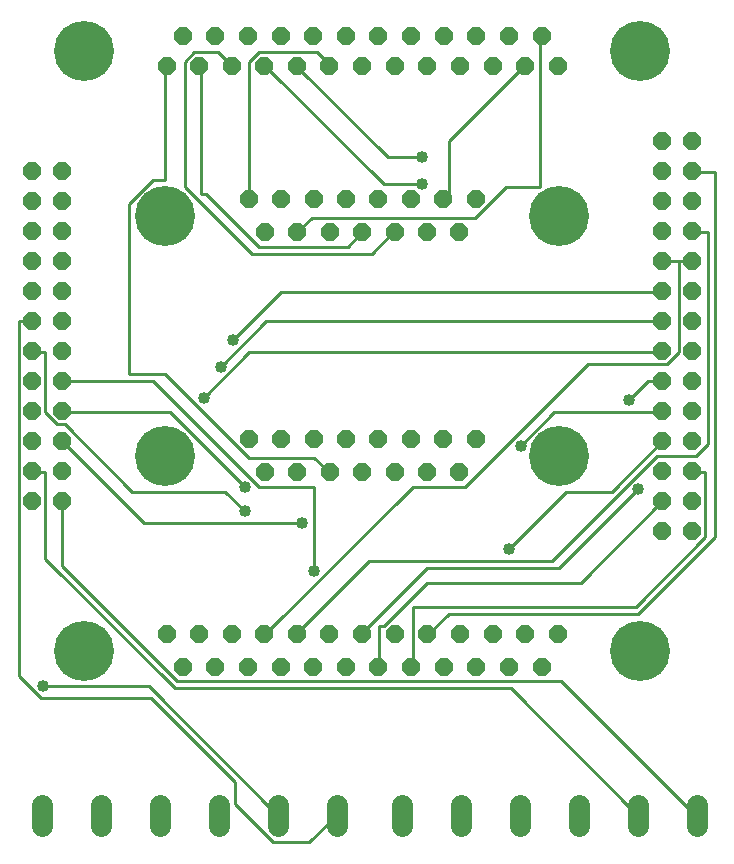
<source format=gbl>
G75*
G70*
%OFA0B0*%
%FSLAX24Y24*%
%IPPOS*%
%LPD*%
%AMOC8*
5,1,8,0,0,1.08239X$1,22.5*
%
%ADD10OC8,0.0600*%
%ADD11C,0.2000*%
%ADD12C,0.0705*%
%ADD13C,0.0100*%
%ADD14C,0.0400*%
D10*
X005997Y008830D03*
X006537Y007710D03*
X007087Y008830D03*
X007627Y007710D03*
X008167Y008830D03*
X008717Y007710D03*
X009257Y008830D03*
X009797Y007710D03*
X010347Y008830D03*
X010887Y007710D03*
X011427Y008830D03*
X011977Y007710D03*
X012517Y008830D03*
X013057Y007710D03*
X013607Y008830D03*
X014147Y007710D03*
X014687Y008830D03*
X015237Y007710D03*
X015777Y008830D03*
X016317Y007710D03*
X016867Y008830D03*
X017407Y007710D03*
X017947Y008830D03*
X018497Y007710D03*
X019037Y008830D03*
X022517Y012270D03*
X022517Y013270D03*
X022517Y014270D03*
X022517Y015270D03*
X022517Y016270D03*
X022517Y017270D03*
X022517Y018270D03*
X022517Y019270D03*
X022517Y020270D03*
X022517Y021270D03*
X022517Y022270D03*
X022517Y023270D03*
X022517Y024270D03*
X022517Y025270D03*
X023517Y025270D03*
X023517Y024270D03*
X023517Y023270D03*
X023517Y022270D03*
X023517Y021270D03*
X023517Y020270D03*
X023517Y019270D03*
X023517Y018270D03*
X023517Y017270D03*
X023517Y016270D03*
X023517Y015270D03*
X023517Y014270D03*
X023517Y013270D03*
X023517Y012270D03*
X016297Y015330D03*
X015757Y014210D03*
X015217Y015330D03*
X014677Y014210D03*
X014137Y015330D03*
X013597Y014210D03*
X013057Y015330D03*
X012517Y014210D03*
X011977Y015330D03*
X011437Y014210D03*
X010897Y015330D03*
X010357Y014210D03*
X009817Y015330D03*
X009277Y014210D03*
X008737Y015330D03*
X009277Y022210D03*
X009817Y023330D03*
X010357Y022210D03*
X010897Y023330D03*
X011437Y022210D03*
X011977Y023330D03*
X012517Y022210D03*
X013057Y023330D03*
X013597Y022210D03*
X014137Y023330D03*
X014677Y022210D03*
X015217Y023330D03*
X015757Y022210D03*
X016297Y023330D03*
X015777Y027770D03*
X016317Y028770D03*
X016867Y027770D03*
X017407Y028770D03*
X017947Y027770D03*
X018497Y028770D03*
X019037Y027770D03*
X015237Y028770D03*
X014687Y027770D03*
X014147Y028770D03*
X013607Y027770D03*
X013057Y028770D03*
X012517Y027770D03*
X011977Y028770D03*
X011427Y027770D03*
X010887Y028770D03*
X010347Y027770D03*
X009797Y028770D03*
X009257Y027770D03*
X008717Y028770D03*
X008167Y027770D03*
X007627Y028770D03*
X007087Y027770D03*
X006537Y028770D03*
X005997Y027770D03*
X008737Y023330D03*
X002517Y023270D03*
X002517Y022270D03*
X002517Y021270D03*
X002517Y020270D03*
X002517Y019270D03*
X002517Y018270D03*
X002517Y017270D03*
X002517Y016270D03*
X002517Y015270D03*
X002517Y014270D03*
X002517Y013270D03*
X001517Y013270D03*
X001517Y014270D03*
X001517Y015270D03*
X001517Y016270D03*
X001517Y017270D03*
X001517Y018270D03*
X001517Y019270D03*
X001517Y020270D03*
X001517Y021270D03*
X001517Y022270D03*
X001517Y023270D03*
X001517Y024270D03*
X002517Y024270D03*
D11*
X003257Y028270D03*
X005957Y022770D03*
X005957Y014770D03*
X003257Y008270D03*
X019077Y014770D03*
X021777Y008270D03*
X019077Y022770D03*
X021777Y028270D03*
D12*
X001845Y003123D02*
X001845Y002418D01*
X003814Y002418D02*
X003814Y003123D01*
X005782Y003123D02*
X005782Y002418D01*
X007751Y002418D02*
X007751Y003123D01*
X009719Y003123D02*
X009719Y002418D01*
X011688Y002418D02*
X011688Y003123D01*
X013845Y003123D02*
X013845Y002418D01*
X015814Y002418D02*
X015814Y003123D01*
X017782Y003123D02*
X017782Y002418D01*
X019751Y002418D02*
X019751Y003123D01*
X021719Y003123D02*
X021719Y002418D01*
X023688Y002418D02*
X023688Y003123D01*
D13*
X023688Y002770D02*
X023637Y002770D01*
X019157Y007250D01*
X006357Y007250D01*
X002517Y011090D01*
X002517Y013270D01*
X001957Y014210D02*
X001557Y014210D01*
X001517Y014270D01*
X001957Y014210D02*
X001957Y011330D01*
X006277Y007010D01*
X017477Y007010D01*
X021717Y002770D01*
X021719Y002770D01*
X021717Y009490D02*
X024277Y012050D01*
X024277Y024210D01*
X023557Y024210D01*
X023517Y024270D01*
X023517Y022270D02*
X023557Y022210D01*
X024037Y022210D01*
X024037Y015170D01*
X023637Y014770D01*
X022357Y014770D01*
X018837Y011250D01*
X012757Y011250D01*
X010357Y008850D01*
X010347Y008830D01*
X009317Y008850D02*
X009257Y008830D01*
X009317Y008850D02*
X014197Y013730D01*
X015957Y013730D01*
X020037Y017810D01*
X022677Y017810D01*
X023077Y018210D01*
X023077Y021250D01*
X022517Y021250D01*
X022517Y021270D01*
X023077Y021250D02*
X023477Y021250D01*
X023517Y021270D01*
X022517Y020270D02*
X022517Y020210D01*
X009797Y020210D01*
X008197Y018610D01*
X007797Y017730D02*
X009317Y019250D01*
X022517Y019250D01*
X022517Y019270D01*
X022517Y018270D02*
X022517Y018210D01*
X008757Y018210D01*
X007237Y016690D01*
X006117Y016210D02*
X002517Y016210D01*
X002517Y016270D01*
X002597Y015810D02*
X002357Y015810D01*
X001957Y016210D01*
X001957Y018210D01*
X001557Y018210D01*
X001517Y018270D01*
X001477Y019250D02*
X001077Y019250D01*
X001077Y007410D01*
X001797Y006690D01*
X005477Y006690D01*
X008277Y003890D01*
X008277Y003170D01*
X009557Y001890D01*
X010757Y001890D01*
X011637Y002770D01*
X011688Y002770D01*
X009719Y002770D02*
X009717Y002770D01*
X005397Y007090D01*
X001877Y007090D01*
X005237Y012530D02*
X002517Y015250D01*
X002517Y015270D01*
X002597Y015810D02*
X004837Y013570D01*
X007957Y013570D01*
X008597Y012930D01*
X008597Y013730D02*
X006117Y016210D01*
X005557Y017250D02*
X002517Y017250D01*
X002517Y017270D01*
X001477Y019250D02*
X001517Y019270D01*
X004757Y017490D02*
X005957Y017490D01*
X008757Y014690D01*
X010917Y014690D01*
X011397Y014210D01*
X011437Y014210D01*
X010917Y013730D02*
X009077Y013730D01*
X005557Y017250D01*
X004757Y017490D02*
X004757Y023170D01*
X005557Y023970D01*
X005957Y023970D01*
X005957Y027730D01*
X005997Y027770D01*
X006597Y027890D02*
X006597Y023730D01*
X008837Y021490D01*
X012837Y021490D01*
X013557Y022210D01*
X013597Y022210D01*
X012517Y022210D02*
X012037Y021730D01*
X009077Y021730D01*
X007317Y023490D01*
X007157Y023490D01*
X007157Y027730D01*
X007087Y027770D01*
X006917Y028210D02*
X006597Y027890D01*
X006917Y028210D02*
X007717Y028210D01*
X008117Y027810D01*
X008167Y027770D01*
X008757Y027890D02*
X008757Y023330D01*
X008737Y023330D01*
X010357Y022210D02*
X010837Y022690D01*
X016277Y022690D01*
X017317Y023730D01*
X018437Y023730D01*
X018437Y028770D01*
X018497Y028770D01*
X017947Y027770D02*
X017877Y027730D01*
X015397Y025250D01*
X015397Y023330D01*
X015217Y023330D01*
X014517Y023810D02*
X013237Y023810D01*
X009317Y027730D01*
X009257Y027770D01*
X009077Y028210D02*
X008757Y027890D01*
X009077Y028210D02*
X010997Y028210D01*
X011397Y027810D01*
X011427Y027770D01*
X010357Y027730D02*
X010347Y027770D01*
X010357Y027730D02*
X013377Y024710D01*
X014497Y024710D01*
X018917Y016210D02*
X022517Y016210D01*
X022517Y016270D01*
X022517Y015270D02*
X022517Y015250D01*
X020837Y013570D01*
X019317Y013570D01*
X017397Y011650D01*
X019077Y011010D02*
X021707Y013640D01*
X022517Y013270D02*
X022517Y013250D01*
X019797Y010530D01*
X014677Y010530D01*
X013237Y009090D01*
X013077Y009090D01*
X013077Y007730D01*
X013057Y007710D01*
X012517Y008830D02*
X012517Y008850D01*
X014677Y011010D01*
X019077Y011010D01*
X021637Y009730D02*
X023957Y012050D01*
X023957Y014210D01*
X023557Y014210D01*
X023517Y014270D01*
X022517Y017250D02*
X022037Y017250D01*
X021397Y016610D01*
X022517Y017250D02*
X022517Y017270D01*
X018917Y016210D02*
X017797Y015090D01*
X014197Y009730D02*
X021637Y009730D01*
X021717Y009490D02*
X015397Y009490D01*
X014757Y008850D01*
X014687Y008830D01*
X014197Y009730D02*
X014197Y007730D01*
X014147Y007710D01*
X010917Y010930D02*
X010917Y013730D01*
X010517Y012530D02*
X005237Y012530D01*
D14*
X007237Y016690D03*
X007797Y017730D03*
X008197Y018610D03*
X008597Y013730D03*
X008597Y012930D03*
X010517Y012530D03*
X010917Y010930D03*
X017397Y011650D03*
X017797Y015090D03*
X021397Y016610D03*
X021707Y013640D03*
X014517Y023810D03*
X014497Y024710D03*
X001877Y007090D03*
M02*

</source>
